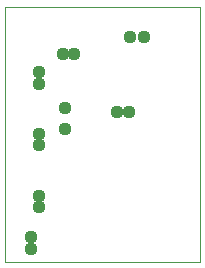
<source format=gbs>
G75*
%MOIN*%
%OFA0B0*%
%FSLAX24Y24*%
%IPPOS*%
%LPD*%
%AMOC8*
5,1,8,0,0,1.08239X$1,22.5*
%
%ADD10C,0.0000*%
%ADD11C,0.0437*%
D10*
X002392Y002517D02*
X002392Y011017D01*
X008892Y011017D01*
X008892Y002517D01*
X002392Y002517D01*
D11*
X003267Y002954D03*
X003267Y003329D03*
X003517Y004329D03*
X003517Y004704D03*
X003517Y006392D03*
X003517Y006767D03*
X004392Y006954D03*
X004392Y007642D03*
X003517Y008454D03*
X003517Y008829D03*
X004329Y009454D03*
X004704Y009454D03*
X006142Y007517D03*
X006517Y007517D03*
X006579Y010017D03*
X007017Y010017D03*
M02*

</source>
